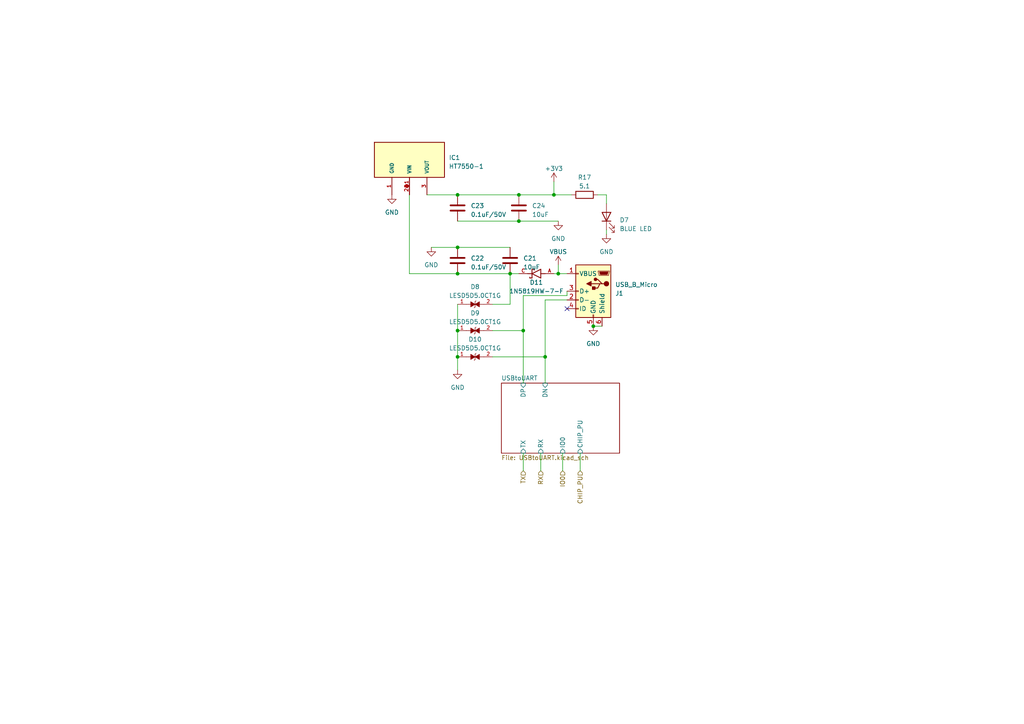
<source format=kicad_sch>
(kicad_sch (version 20230121) (generator eeschema)
  (paper "A4")
  (title_block (title "Monolith") (company "Monolith BCI"))
  (lib_symbols
    (symbol "1N5819HW-7-F:1N5819HW-7-F" (pin_names (offset 1.016))
      (property "Reference" "D" (at -5.08 2.54 0))
      (property "Value" "1N5819HW-7-F" (at -5.08 -3.81 0))
      (symbol "1N5819HW-7-F_0_0"
        (polyline (pts (xy -2.54 0) (xy -1.27 0)) (stroke (width 0.254)))
        (polyline (pts (xy -1.27 -1.27) (xy 1.27 0)) (stroke (width 0.254)))
        (polyline (pts (xy -1.27 0) (xy -1.27 -1.27)) (stroke (width 0.254)))
        (polyline (pts (xy -1.27 1.27) (xy -1.27 0)) (stroke (width 0.254)))
        (polyline (pts (xy 0.635 -1.016) (xy 0.635 -1.27)) (stroke (width 0.254)))
        (polyline (pts (xy 1.27 -1.27) (xy 0.635 -1.27)) (stroke (width 0.254)))
        (polyline (pts (xy 1.27 0) (xy -1.27 1.27)) (stroke (width 0.254)))
        (polyline (pts (xy 1.27 0) (xy 1.27 -1.27)) (stroke (width 0.254)))
        (polyline (pts (xy 1.27 1.27) (xy 1.27 0)) (stroke (width 0.254)))
        (polyline (pts (xy 1.905 1.27) (xy 1.27 1.27)) (stroke (width 0.254)))
        (polyline (pts (xy 1.905 1.27) (xy 1.905 1.016)) (stroke (width 0.254)))
        (polyline (pts (xy 2.54 0) (xy 1.27 0)) (stroke (width 0.254)))
        (pin passive line (at -5.08 0 0) (length 2.54) (name "~") (number "A"))
        (pin passive line (at 5.08 0 180) (length 2.54) (name "~") (number "C"))
      )
    )
    (symbol "Connector:USB_B_Micro" (pin_names (offset 1.016))
      (property "Reference" "J" (at -5.08 11.43 0))
      (property "Value" "USB_B_Micro" (at -5.08 8.89 0))
      (symbol "USB_B_Micro_0_1"
        (rectangle (start -5.08 -7.62) (end 5.08 7.62) (stroke (width 0.254)) (fill (type background)))
        (circle (center -3.81 2.159) (radius 0.635) (stroke (width 0.254)) (fill (type outline)))
        (circle (center -0.635 3.429) (radius 0.381) (stroke (width 0.254)) (fill (type outline)))
        (rectangle (start -0.127 -7.62) (end 0.127 -6.858))
        (polyline (pts (xy -1.905 2.159) (xy 0.635 2.159)) (stroke (width 0.254)))
        (polyline (pts (xy -3.175 2.159) (xy -2.54 2.159) (xy -1.27 3.429) (xy -0.635 3.429)) (stroke (width 0.254)))
        (polyline (pts (xy -2.54 2.159) (xy -1.905 2.159) (xy -1.27 0.889) (xy 0 0.889)) (stroke (width 0.254)))
        (polyline (pts (xy 0.635 2.794) (xy 0.635 1.524) (xy 1.905 2.159) (xy 0.635 2.794)) (stroke (width 0.254)) (fill (type outline)))
        (polyline (pts (xy -4.318 5.588) (xy -1.778 5.588) (xy -2.032 4.826) (xy -4.064 4.826) (xy -4.318 5.588)) (fill (type outline)))
        (polyline (pts (xy -4.699 5.842) (xy -4.699 5.588) (xy -4.445 4.826) (xy -4.445 4.572) (xy -1.651 4.572) (xy -1.651 4.826) (xy -1.397 5.588) (xy -1.397 5.842) (xy -4.699 5.842)))
        (rectangle (start 0.254 1.27) (end -0.508 0.508) (stroke (width 0.254)) (fill (type outline)))
        (rectangle (start 5.08 -5.207) (end 4.318 -4.953))
        (rectangle (start 5.08 -2.667) (end 4.318 -2.413))
        (rectangle (start 5.08 -0.127) (end 4.318 0.127))
        (rectangle (start 5.08 4.953) (end 4.318 5.207))
      )
      (symbol "USB_B_Micro_1_1"
        (pin power_out line (at 7.62 5.08 180) (length 2.54) (name "VBUS") (number "1"))
        (pin bidirectional line (at 7.62 -2.54 180) (length 2.54) (name "D-") (number "2"))
        (pin bidirectional line (at 7.62 0 180) (length 2.54) (name "D+") (number "3"))
        (pin passive line (at 7.62 -5.08 180) (length 2.54) (name "ID") (number "4"))
        (pin power_out line (at 0 -10.16 90) (length 2.54) (name "GND") (number "5"))
        (pin passive line (at -2.54 -10.16 90) (length 2.54) (name "Shield") (number "6"))
      )
    )
    (symbol "Device:C" (pin_numbers hide) (pin_names (offset 0.254))
      (property "Reference" "C" (at 0.635 2.54 0))
      (property "Value" "C" (at 0.635 -2.54 0))
      (symbol "C_0_1"
        (polyline (pts (xy -2.032 -0.762) (xy 2.032 -0.762)) (stroke (width 0.508)))
        (polyline (pts (xy -2.032 0.762) (xy 2.032 0.762)) (stroke (width 0.508)))
      )
      (symbol "C_1_1"
        (pin passive line (at 0 3.81 270) (length 2.794) (name "~") (number "1"))
        (pin passive line (at 0 -3.81 90) (length 2.794) (name "~") (number "2"))
      )
    )
    (symbol "Device:LED" (pin_numbers hide) (pin_names (offset 1.016) hide)
      (property "Reference" "D" (at 0 2.54 0))
      (property "Value" "LED" (at 0 -2.54 0))
      (symbol "LED_0_1"
        (polyline (pts (xy -1.27 -1.27) (xy -1.27 1.27)) (stroke (width 0.254)))
        (polyline (pts (xy -1.27 0) (xy 1.27 0)))
        (polyline (pts (xy 1.27 -1.27) (xy 1.27 1.27) (xy -1.27 0) (xy 1.27 -1.27)) (stroke (width 0.254)))
        (polyline (pts (xy -3.048 -0.762) (xy -4.572 -2.286) (xy -3.81 -2.286) (xy -4.572 -2.286) (xy -4.572 -1.524)))
        (polyline (pts (xy -1.778 -0.762) (xy -3.302 -2.286) (xy -2.54 -2.286) (xy -3.302 -2.286) (xy -3.302 -1.524)))
      )
      (symbol "LED_1_1"
        (pin passive line (at -3.81 0 0) (length 2.54) (name "K") (number "1"))
        (pin passive line (at 3.81 0 180) (length 2.54) (name "A") (number "2"))
      )
    )
    (symbol "Device:R" (pin_numbers hide) (pin_names (offset 0))
      (property "Reference" "R" (at 2.032 0 90))
      (property "Value" "R" (at 0 0 90))
      (symbol "R_0_1"
        (rectangle (start -1.016 -2.54) (end 1.016 2.54) (stroke (width 0.254)))
      )
      (symbol "R_1_1"
        (pin passive line (at 0 3.81 270) (length 1.27) (name "~") (number "1"))
        (pin passive line (at 0 -3.81 90) (length 1.27) (name "~") (number "2"))
      )
    )
    (symbol "HT7550-1:HT7550-1" (pin_names (offset 1.016))
      (property "Reference" "IC" (at -10.16 10.668 0))
      (property "Value" "HT7550-1" (at -0.762 10.668 0))
      (symbol "HT7550-1_0_0"
        (rectangle (start -10.16 10.16) (end 10.16 0) (stroke (width 0.254)) (fill (type background)))
        (pin bidirectional line (at -5.08 -5.08 90) (length 5.08) (name "GND") (number "1"))
        (pin bidirectional line (at 0 -5.08 90) (length 5.08) (name "VIN") (number "2"))
        (pin bidirectional line (at 0 -5.08 90) (length 5.08) (name "VIN") (number "2@1"))
        (pin bidirectional line (at 5.08 -5.08 90) (length 5.08) (name "VOUT") (number "3"))
      )
    )
    (symbol "LESD5D5.0CT1G:LESD5D5.0CT1G" (pin_names (offset 1.016))
      (property "Reference" "D" (at -5.08 2.54 0))
      (property "Value" "LESD5D5.0CT1G" (at -5.08 -5.08 0))
      (symbol "LESD5D5.0CT1G_0_0"
        (polyline (pts (xy -1.27 0) (xy -2.54 0)) (stroke (width 0.1524)))
        (polyline (pts (xy 0 -0.762) (xy -0.254 -1.016)) (stroke (width 0.1524)))
        (polyline (pts (xy 0 -0.762) (xy 0 0.762)) (stroke (width 0.1524)))
        (polyline (pts (xy 0 0.762) (xy 0.254 1.016)) (stroke (width 0.1524)))
        (polyline (pts (xy 1.27 0) (xy 2.54 0)) (stroke (width 0.1524)))
        (polyline (pts (xy 0 0) (xy -1.27 -0.762) (xy -1.27 0.762) (xy 0 0)) (stroke (width 0.1524)) (fill (type outline)))
        (polyline (pts (xy 0 0) (xy 1.27 0.762) (xy 1.27 -0.762) (xy 0 0)) (stroke (width 0.1524)) (fill (type outline)))
        (pin passive line (at -5.08 0 0) (length 2.54) (name "~") (number "1"))
        (pin passive line (at 5.08 0 180) (length 2.54) (name "~") (number "2"))
      )
    )
    (symbol "power:+3V3" (power) (pin_names (offset 0))
      (property "Value" "+3V3" (at 0 3.556 0))
      (symbol "+3V3_0_1"
        (polyline (pts (xy -0.762 1.27) (xy 0 2.54)))
        (polyline (pts (xy 0 0) (xy 0 2.54)))
        (polyline (pts (xy 0 2.54) (xy 0.762 1.27)))
      )
      (symbol "+3V3_1_1"
        (pin power_in line (at 0 0 90) (length 0) hide (name "+3V3") (number "1"))
      )
    )
    (symbol "power:GND" (power) (pin_names (offset 0))
      (property "Value" "GND" (at 0 -3.81 0))
      (symbol "GND_0_1"
        (polyline (pts (xy 0 0) (xy 0 -1.27) (xy 1.27 -1.27) (xy 0 -2.54) (xy -1.27 -1.27) (xy 0 -1.27)))
      )
      (symbol "GND_1_1"
        (pin power_in line (at 0 0 270) (length 0) hide (name "GND") (number "1"))
      )
    )
    (symbol "power:VBUS" (power) (pin_names (offset 0))
      (property "Value" "VBUS" (at 0 3.81 0))
      (symbol "VBUS_0_1"
        (polyline (pts (xy -0.762 1.27) (xy 0 2.54)))
        (polyline (pts (xy 0 0) (xy 0 2.54)))
        (polyline (pts (xy 0 2.54) (xy 0.762 1.27)))
      )
      (symbol "VBUS_1_1"
        (pin power_in line (at 0 0 90) (length 0) hide (name "VBUS") (number "1"))
      )
    )
  )
  (junction (at 172.085 94.615))
  (junction (at 132.715 103.505))
  (junction (at 151.765 95.885))
  (junction (at 158.115 103.505))
  (junction (at 132.715 71.755))
  (junction (at 150.495 64.135))
  (junction (at 150.495 56.515))
  (junction (at 161.925 79.375))
  (junction (at 132.715 56.515))
  (junction (at 160.655 56.515))
  (junction (at 132.715 95.885))
  (junction (at 132.715 79.375))
  (junction (at 147.955 79.375))
  (no_connect (at 164.465 89.535))
  (wire (pts (xy 142.875 95.885) (xy 151.765 95.885)))
  (wire (pts (xy 156.845 131.445) (xy 156.845 136.525)))
  (wire (pts (xy 160.655 79.375) (xy 161.925 79.375)))
  (wire (pts (xy 151.765 85.725) (xy 151.765 95.885)))
  (wire (pts (xy 161.925 76.835) (xy 161.925 79.375)))
  (wire (pts (xy 158.115 86.995) (xy 158.115 103.505)))
  (wire (pts (xy 151.765 85.725) (xy 164.465 85.725)))
  (wire (pts (xy 147.955 88.265) (xy 142.875 88.265)))
  (wire (pts (xy 163.195 131.445) (xy 163.195 136.525)))
  (wire (pts (xy 147.955 79.375) (xy 147.955 88.265)))
  (wire (pts (xy 118.745 79.375) (xy 118.745 56.515)))
  (wire (pts (xy 160.655 56.515) (xy 165.735 56.515)))
  (wire (pts (xy 175.895 66.675) (xy 175.895 67.945)))
  (wire (pts (xy 132.715 88.265) (xy 132.715 95.885)))
  (wire (pts (xy 151.765 131.445) (xy 151.765 136.525)))
  (wire (pts (xy 132.715 95.885) (xy 132.715 103.505)))
  (wire (pts (xy 164.465 85.725) (xy 164.465 84.455)))
  (wire (pts (xy 158.115 86.995) (xy 164.465 86.995)))
  (wire (pts (xy 132.715 71.755) (xy 147.955 71.755)))
  (wire (pts (xy 132.715 103.505) (xy 132.715 107.315)))
  (wire (pts (xy 173.355 56.515) (xy 175.895 56.515)))
  (wire (pts (xy 123.825 56.515) (xy 132.715 56.515)))
  (wire (pts (xy 125.095 71.755) (xy 132.715 71.755)))
  (wire (pts (xy 164.465 79.375) (xy 161.925 79.375)))
  (wire (pts (xy 142.875 103.505) (xy 158.115 103.505)))
  (wire (pts (xy 147.955 79.375) (xy 132.715 79.375)))
  (wire (pts (xy 132.715 79.375) (xy 118.745 79.375)))
  (wire (pts (xy 132.715 64.135) (xy 150.495 64.135)))
  (wire (pts (xy 147.955 79.375) (xy 150.495 79.375)))
  (wire (pts (xy 158.115 103.505) (xy 158.115 111.125)))
  (wire (pts (xy 160.655 56.515) (xy 150.495 56.515)))
  (wire (pts (xy 151.765 95.885) (xy 151.765 111.125)))
  (wire (pts (xy 168.275 131.445) (xy 168.275 136.525)))
  (wire (pts (xy 132.715 56.515) (xy 150.495 56.515)))
  (wire (pts (xy 160.655 52.705) (xy 160.655 56.515)))
  (wire (pts (xy 150.495 64.135) (xy 161.925 64.135)))
  (wire (pts (xy 175.895 56.515) (xy 175.895 59.055)))
  (wire (pts (xy 172.085 94.615) (xy 174.625 94.615)))
  (hierarchical_label "IO0" (shape input) (at 163.195 136.525 270))
  (hierarchical_label "RX" (shape input) (at 156.845 136.525 270))
  (hierarchical_label "TX" (shape input) (at 151.765 136.525 270))
  (hierarchical_label "CHIP_PU" (shape input) (at 168.275 136.525 270))
  (symbol (lib_id "HT7550-1:HT7550-1") (at 118.745 51.435 0) (unit 1)
    (property "Reference" "IC1" (at 130.175 45.72 0) (effects (justify left)))
    (property "Value" "HT7550-1" (at 130.175 48.26 0) (effects (justify left)))
    (property "Footprint" "HT7550-1:SOT89" (effects hide))
    (property "MF" "Holtek" (effects hide))
    (property "Description" "\nVoltage stabiliser; LDO, fixed; 5V; 0.1A; SOT89; SMD\n" (effects hide))
    (property "Package" "None" (effects hide))
    (property "Price" "None" (effects hide))
    (property "SnapEDA_Link" "https://www.snapeda.com/parts/HT7550-1/Holtek/view-part/?ref=snap" (effects hide))
    (property "MP" "HT7550-1" (effects hide))
    (property "Availability" "Not in stock" (effects hide))
    (property "Check_prices" "https://www.snapeda.com/parts/HT7550-1/Holtek/view-part/?ref=eda" (effects hide))
    (property "LCSC" "C16106" (effects hide))
  )
  (symbol (lib_id "Device:C") (at 132.715 75.565 0) (unit 1)
    (property "Reference" "C22" (at 136.525 74.93 0) (effects (justify left)))
    (property "Value" "0.1uF/50V" (at 136.525 77.47 0) (effects (justify left)))
    (property "Footprint" "Capacitor_SMD:C_0603_1608Metric" (effects hide))
    (property "LCSC" "C3011705" (effects hide))
    (instances (project "Monolith" (path "" (reference "C22") (unit 1)) (path "" (reference "C25") (unit 1))))
  )
  (symbol (lib_id "power:GND") (at 113.665 56.515 0) (unit 1)
    (property "Reference" "#PWR028" (effects hide))
    (property "Value" "GND" (at 113.665 61.595 0))
    (instances (project "Monolith" (path "" (reference "#PWR028") (unit 1)) (path "" (reference "#PWR037") (unit 1))))
  )
  (symbol (lib_id "power:GND") (at 132.715 107.315 0) (unit 1)
    (property "Reference" "#PWR036" (effects hide))
    (property "Value" "GND" (at 132.715 112.395 0))
    (instances (project "Monolith" (path "" (reference "#PWR036") (unit 1)) (path "" (reference "#PWR039") (unit 1))))
  )
  (symbol (lib_id "power:GND") (at 125.095 71.755 0) (unit 1)
    (property "Reference" "#PWR032" (effects hide))
    (property "Value" "GND" (at 125.095 76.835 0))
    (instances (project "Monolith" (path "" (reference "#PWR032") (unit 1)) (path "" (reference "#PWR038") (unit 1))))
  )
  (symbol (lib_id "LESD5D5.0CT1G:LESD5D5.0CT1G") (at 137.795 103.505 0) (unit 1)
    (property "Reference" "D10" (at 137.795 98.425 0))
    (property "Value" "LESD5D5.0CT1G" (at 137.795 100.965 0))
    (property "Footprint" "LESD5D5.0CT1G:TVS_LESD5D5.0CT1G" (effects hide))
    (property "MF" "Leshan Radio Co." (effects hide))
    (property "MAXIMUM_PACKAGE_HEIGHT" "0.7 mm" (effects hide))
    (property "Package" "None" (effects hide))
    (property "Price" "None" (effects hide))
    (property "Check_prices" "https://www.snapeda.com/parts/LESD5D5.0CT1G/Leshan+Radio+Co./view-part/?ref=eda" (effects hide))
    (property "STANDARD" "Manufacturer Recommendations" (effects hide))
    (property "PARTREV" "O" (effects hide))
    (property "SnapEDA_Link" "https://www.snapeda.com/parts/LESD5D5.0CT1G/Leshan+Radio+Co./view-part/?ref=snap" (effects hide))
    (property "MP" "LESD5D5.0CT1G" (effects hide))
    (property "Description" "\nTransient Voltage Suppressors for ESD Protection\n" (effects hide))
    (property "Availability" "Not in stock" (effects hide))
    (property "MANUFACTURER" "LRC" (effects hide))
    (property "LCSC" "C383211" (effects hide))
    (instances (project "Monolith" (path "" (reference "D10") (unit 1)) (path "" (reference "D9") (unit 1))))
  )
  (symbol (lib_id "Device:C") (at 132.715 60.325 0) (unit 1)
    (property "Reference" "C23" (at 136.525 59.69 0) (effects (justify left)))
    (property "Value" "0.1uF/50V" (at 136.525 62.23 0) (effects (justify left)))
    (property "Footprint" "Capacitor_SMD:C_0603_1608Metric" (effects hide))
    (property "LCSC" "C3011705" (effects hide))
    (instances (project "Monolith" (path "" (reference "C23") (unit 1)) (path "" (reference "C24") (unit 1))))
  )
  (symbol (lib_id "Connector:USB_B_Micro") (at 172.085 84.455 0) (mirror y) (unit 1)
    (property "Reference" "J1" (at 178.435 85.09 0) (effects (justify right)))
    (property "Value" "USB_B_Micro" (at 178.435 82.55 0) (effects (justify right)))
    (property "Footprint" "Connector_USB:USB_Micro-B_Amphenol_10118194_Horizontal" (effects hide))
    (property "LCSC" "C132563" (effects hide))
  )
  (symbol (lib_id "1N5819HW-7-F:1N5819HW-7-F") (at 155.575 79.375 180) (unit 1)
    (property "Reference" "D11" (at 155.575 81.915 0))
    (property "Value" "1N5819HW-7-F" (at 155.575 84.455 0))
    (property "Footprint" "1N5819HW-7-F:SOD3715X145N" (effects hide))
    (property "MF" "Diodes Inc." (effects hide))
    (property "Description" "\nDiode Schottky 1A 40V SOD123 | Diodes Inc 1N5819HW-7-F\n" (effects hide))
    (property "Package" "SOD-123 Fairchild Semiconductor" (effects hide))
    (property "Price" "None" (effects hide))
    (property "Check_prices" "https://www.snapeda.com/parts/1N5819HW-7-F/Diodes+Inc./view-part/?ref=eda" (effects hide))
    (property "STANDARD" "IPC-7351B" (effects hide))
    (property "PARTREV" "18-2" (effects hide))
    (property "SnapEDA_Link" "https://www.snapeda.com/parts/1N5819HW-7-F/Diodes+Inc./view-part/?ref=snap" (effects hide))
    (property "MP" "1N5819HW-7-F" (effects hide))
    (property "Purchase-URL" "https://www.snapeda.com/api/url_track_click_mouser/?unipart_id=42272&manufacturer=Diodes Inc.&part_name=1N5819HW-7-F&search_term=1n5819hw-7-f" (effects hide))
    (property "Availability" "In Stock" (effects hide))
    (property "MANUFACTURER" "Diodes Inc." (effects hide))
    (property "LCSC" "C82544" (effects hide))
    (instances (project "Monolith" (path "" (reference "D11") (unit 1)) (path "" (reference "D10") (unit 1))))
  )
  (symbol (lib_id "power:GND") (at 175.895 67.945 0) (unit 1)
    (property "Reference" "#PWR035" (effects hide))
    (property "Value" "GND" (at 175.895 73.025 0))
    (instances (project "Monolith" (path "" (reference "#PWR035") (unit 1)) (path "" (reference "#PWR044") (unit 1))))
  )
  (symbol (lib_id "Device:R") (at 169.545 56.515 90) (unit 1)
    (property "Reference" "R17" (at 169.545 51.435 90))
    (property "Value" "5.1" (at 169.545 53.975 90))
    (property "Footprint" "Resistor_SMD:R_0603_1608Metric" (effects hide))
    (property "LCSC" "C114626" (effects hide))
    (instances (project "Monolith" (path "" (reference "R17") (unit 1)) (path "" (reference "R27") (unit 1))))
  )
  (symbol (lib_id "Device:C") (at 147.955 75.565 0) (unit 1)
    (property "Reference" "C21" (at 151.765 74.93 0) (effects (justify left)))
    (property "Value" "10uF" (at 151.765 77.47 0) (effects (justify left)))
    (property "Footprint" "Capacitor_SMD:C_0603_1608Metric" (effects hide))
    (property "LCSC" "C1691" (effects hide))
    (instances (project "Monolith" (path "" (reference "C21") (unit 1)) (path "" (reference "C26") (unit 1))))
  )
  (symbol (lib_id "LESD5D5.0CT1G:LESD5D5.0CT1G") (at 137.795 95.885 0) (unit 1)
    (property "Reference" "D9" (at 137.795 90.805 0))
    (property "Value" "LESD5D5.0CT1G" (at 137.795 93.345 0))
    (property "Footprint" "LESD5D5.0CT1G:TVS_LESD5D5.0CT1G" (effects hide))
    (property "MF" "Leshan Radio Co." (effects hide))
    (property "MAXIMUM_PACKAGE_HEIGHT" "0.7 mm" (effects hide))
    (property "Package" "None" (effects hide))
    (property "Price" "None" (effects hide))
    (property "Check_prices" "https://www.snapeda.com/parts/LESD5D5.0CT1G/Leshan+Radio+Co./view-part/?ref=eda" (effects hide))
    (property "STANDARD" "Manufacturer Recommendations" (effects hide))
    (property "PARTREV" "O" (effects hide))
    (property "SnapEDA_Link" "https://www.snapeda.com/parts/LESD5D5.0CT1G/Leshan+Radio+Co./view-part/?ref=snap" (effects hide))
    (property "MP" "LESD5D5.0CT1G" (effects hide))
    (property "Description" "\nTransient Voltage Suppressors for ESD Protection\n" (effects hide))
    (property "Availability" "Not in stock" (effects hide))
    (property "MANUFACTURER" "LRC" (effects hide))
    (property "LCSC" "C383211" (effects hide))
    (instances (project "Monolith" (path "" (reference "D9") (unit 1)) (path "" (reference "D8") (unit 1))))
  )
  (symbol (lib_id "power:VBUS") (at 161.925 76.835 0) (unit 1)
    (property "Reference" "#PWR041" (effects hide))
    (property "Value" "VBUS" (at 161.925 73.025 0))
    (instances (project "Monolith" (path "" (reference "#PWR041") (unit 1)) (path "" (reference "#PWR042") (unit 1))))
  )
  (symbol (lib_id "power:+3V3") (at 160.655 52.705 0) (unit 1)
    (property "Reference" "#PWR033" (effects hide))
    (property "Value" "+3V3" (at 160.655 48.895 0))
    (instances (project "Monolith" (path "" (reference "#PWR033") (unit 1)) (path "" (reference "#PWR040") (unit 1))))
  )
  (symbol (lib_id "power:GND") (at 161.925 64.135 0) (unit 1)
    (property "Reference" "#PWR034" (effects hide))
    (property "Value" "GND" (at 161.925 69.215 0))
    (instances (project "Monolith" (path "" (reference "#PWR034") (unit 1)) (path "" (reference "#PWR041") (unit 1))))
  )
  (symbol (lib_id "Device:C") (at 150.495 60.325 0) (unit 1)
    (property "Reference" "C24" (at 154.305 59.69 0) (effects (justify left)))
    (property "Value" "10uF" (at 154.305 62.23 0) (effects (justify left)))
    (property "Footprint" "Capacitor_SMD:C_0603_1608Metric" (effects hide))
    (property "LCSC" "C1691" (effects hide))
    (instances (project "Monolith" (path "" (reference "C24") (unit 1)) (path "" (reference "C27") (unit 1))))
  )
  (symbol (lib_id "LESD5D5.0CT1G:LESD5D5.0CT1G") (at 137.795 88.265 0) (unit 1)
    (property "Reference" "D8" (at 137.795 83.185 0))
    (property "Value" "LESD5D5.0CT1G" (at 137.795 85.725 0))
    (property "Footprint" "LESD5D5.0CT1G:TVS_LESD5D5.0CT1G" (effects hide))
    (property "MF" "Leshan Radio Co." (effects hide))
    (property "MAXIMUM_PACKAGE_HEIGHT" "0.7 mm" (effects hide))
    (property "Package" "None" (effects hide))
    (property "Price" "None" (effects hide))
    (property "Check_prices" "https://www.snapeda.com/parts/LESD5D5.0CT1G/Leshan+Radio+Co./view-part/?ref=eda" (effects hide))
    (property "STANDARD" "Manufacturer Recommendations" (effects hide))
    (property "PARTREV" "O" (effects hide))
    (property "SnapEDA_Link" "https://www.snapeda.com/parts/LESD5D5.0CT1G/Leshan+Radio+Co./view-part/?ref=snap" (effects hide))
    (property "MP" "LESD5D5.0CT1G" (effects hide))
    (property "Description" "\nTransient Voltage Suppressors for ESD Protection\n" (effects hide))
    (property "Availability" "Not in stock" (effects hide))
    (property "MANUFACTURER" "LRC" (effects hide))
    (property "LCSC" "C383211" (effects hide))
    (instances (project "Monolith" (path "" (reference "D8") (unit 1)) (path "" (reference "D7") (unit 1))))
  )
  (symbol (lib_id "power:GND") (at 172.085 94.615 0) (unit 1)
    (property "Reference" "#PWR031" (effects hide))
    (property "Value" "GND" (at 172.085 99.695 0))
    (instances (project "Monolith" (path "" (reference "#PWR031") (unit 1)) (path "" (reference "#PWR043") (unit 1))))
  )
  (symbol (lib_id "Device:LED") (at 175.895 62.865 90) (unit 1)
    (property "Reference" "D7" (at 179.705 63.8175 90) (effects (justify right)))
    (property "Value" "BLUE LED" (at 179.705 66.3575 90) (effects (justify right)))
    (property "Footprint" "LED_SMD:LED_0805_2012Metric" (effects hide))
    (property "LCSC" "C189307" (effects hide))
    (instances (project "Monolith" (path "" (reference "D7") (unit 1)) (path "" (reference "D11") (unit 1))))
  )
  (sheet (at 145.415 111.125) (size 34.29 20.32) (stroke (width 0.1524))
    (property "Sheetname" "USBtoUART" (at 145.415 110.4134 0) (effects (justify left bottom)))
    (property "Sheetfile" "USBtoUART.kicad_sch" (at 145.415 132.0296 0) (effects (justify left top)))
    (pin "IO0" input (at 163.195 131.445 270))
    (pin "DP" input (at 151.765 111.125 90))
    (pin "DN" input (at 158.115 111.125 90))
    (pin "CHIP_PU" input (at 168.275 131.445 270))
    (pin "RX" input (at 156.845 131.445 270))
    (pin "TX" input (at 151.765 131.445 270))
  )
)
</source>
